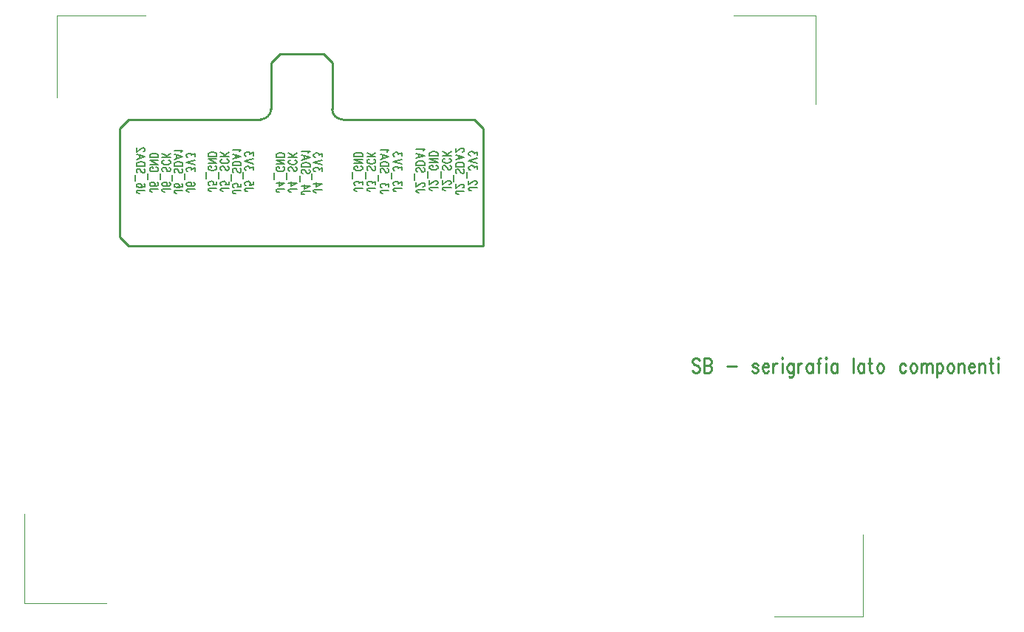
<source format=gbr>
*
*
G04 PADS VX.0 Build Number: 635560 generated Gerber (RS-274-X) file*
G04 PC Version=2.1*
*
%IN "FTC_001.pcb"*%
*
%MOIN*%
*
%FSLAX35Y35*%
*
*
*
*
G04 PC Standard Apertures*
*
*
G04 Thermal Relief Aperture macro.*
%AMTER*
1,1,$1,0,0*
1,0,$1-$2,0,0*
21,0,$3,$4,0,0,45*
21,0,$3,$4,0,0,135*
%
*
*
G04 Annular Aperture macro.*
%AMANN*
1,1,$1,0,0*
1,0,$2,0,0*
%
*
*
G04 Odd Aperture macro.*
%AMODD*
1,1,$1,0,0*
1,0,$1-0.005,0,0*
%
*
*
G04 PC Custom Aperture Macros*
*
*
*
*
*
*
G04 PC Aperture Table*
*
%ADD010C,0.01*%
%ADD040C,0.001*%
%ADD093C,0.00591*%
*
*
*
*
G04 PC Circuitry*
G04 Layer Name FTC_001.pcb - circuitry*
%LPD*%
*
*
G04 PC Custom Flashes*
G04 Layer Name FTC_001.pcb - flashes*
%LPD*%
*
*
G04 PC Circuitry*
G04 Layer Name FTC_001.pcb - circuitry*
%LPD*%
*
G54D10*
G01X573261Y313499D02*
X572806Y314124D01*
X572124Y314437*
X571215*
X570533Y314124*
X570079Y313499*
Y312874*
X570306Y312249*
X570533Y311937*
X570988Y311624*
X572351Y310999*
X572806Y310687*
X573033Y310374*
X573261Y309749*
Y308812*
X572806Y308187*
X572124Y307874*
X571215*
X570533Y308187*
X570079Y308812*
X575306Y314437D02*
Y307874D01*
Y314437D02*
X577351D01*
X578033Y314124*
X578261Y313812*
X578488Y313187*
Y312562*
X578261Y311937*
X578033Y311624*
X577351Y311312*
X575306D02*
X577351D01*
X578033Y310999*
X578261Y310687*
X578488Y310062*
Y309124*
X578261Y308499*
X578033Y308187*
X577351Y307874*
X575306*
X585761Y310687D02*
X589851D01*
X599624Y311312D02*
X599397Y311937D01*
X598715Y312249*
X598033*
X597351Y311937*
X597124Y311312*
X597351Y310687*
X597806Y310374*
X598942Y310062*
X599397Y309749*
X599624Y309124*
Y308812*
X599397Y308187*
X598715Y307874*
X598033*
X597351Y308187*
X597124Y308812*
X601670Y310374D02*
X604397D01*
Y310999*
X604170Y311624*
X603942Y311937*
X603488Y312249*
X602806*
X602351Y311937*
X601897Y311312*
X601670Y310374*
Y309749*
X601897Y308812*
X602351Y308187*
X602806Y307874*
X603488*
X603942Y308187*
X604397Y308812*
X606442Y312249D02*
Y307874D01*
Y310374D02*
X606670Y311312D01*
X607124Y311937*
X607579Y312249*
X608261*
X610306Y314437D02*
X610533Y314124D01*
X610761Y314437*
X610533Y314749*
X610306Y314437*
X610533Y312249D02*
Y307874D01*
X615533Y312249D02*
Y307249D01*
X615306Y306312*
X615079Y305999*
X614624Y305687*
X613942*
X613488Y305999*
X615533Y311312D02*
X615079Y311937D01*
X614624Y312249*
X613942*
X613488Y311937*
X613033Y311312*
X612806Y310374*
Y309749*
X613033Y308812*
X613488Y308187*
X613942Y307874*
X614624*
X615079Y308187*
X615533Y308812*
X617579Y312249D02*
Y307874D01*
Y310374D02*
X617806Y311312D01*
X618261Y311937*
X618715Y312249*
X619397*
X624170D02*
Y307874D01*
Y311312D02*
X623715Y311937D01*
X623261Y312249*
X622579*
X622124Y311937*
X621670Y311312*
X621442Y310374*
Y309749*
X621670Y308812*
X622124Y308187*
X622579Y307874*
X623261*
X623715Y308187*
X624170Y308812*
X628033Y314437D02*
X627579D01*
X627124Y314124*
X626897Y313187*
Y307874*
X626215Y312249D02*
X627806D01*
X630079Y314437D02*
X630306Y314124D01*
X630533Y314437*
X630306Y314749*
X630079Y314437*
X630306Y312249D02*
Y307874D01*
X635306Y312249D02*
Y307874D01*
Y311312D02*
X634851Y311937D01*
X634397Y312249*
X633715*
X633261Y311937*
X632806Y311312*
X632579Y310374*
Y309749*
X632806Y308812*
X633261Y308187*
X633715Y307874*
X634397*
X634851Y308187*
X635306Y308812*
X642579Y314437D02*
Y307874D01*
X647351Y312249D02*
Y307874D01*
Y311312D02*
X646897Y311937D01*
X646442Y312249*
X645761*
X645306Y311937*
X644851Y311312*
X644624Y310374*
Y309749*
X644851Y308812*
X645306Y308187*
X645761Y307874*
X646442*
X646897Y308187*
X647351Y308812*
X650079Y314437D02*
Y309124D01*
X650306Y308187*
X650761Y307874*
X651215*
X649397Y312249D02*
X650988D01*
X654397D02*
X653942Y311937D01*
X653488Y311312*
X653261Y310374*
Y309749*
X653488Y308812*
X653942Y308187*
X654397Y307874*
X655079*
X655533Y308187*
X655988Y308812*
X656215Y309749*
Y310374*
X655988Y311312*
X655533Y311937*
X655079Y312249*
X654397*
X666215Y311312D02*
X665761Y311937D01*
X665306Y312249*
X664624*
X664170Y311937*
X663715Y311312*
X663488Y310374*
Y309749*
X663715Y308812*
X664170Y308187*
X664624Y307874*
X665306*
X665761Y308187*
X666215Y308812*
X669397Y312249D02*
X668942Y311937D01*
X668488Y311312*
X668261Y310374*
Y309749*
X668488Y308812*
X668942Y308187*
X669397Y307874*
X670079*
X670533Y308187*
X670988Y308812*
X671215Y309749*
Y310374*
X670988Y311312*
X670533Y311937*
X670079Y312249*
X669397*
X673261D02*
Y307874D01*
Y310999D02*
X673942Y311937D01*
X674397Y312249*
X675079*
X675533Y311937*
X675761Y310999*
Y307874*
Y310999D02*
X676442Y311937D01*
X676897Y312249*
X677579*
X678033Y311937*
X678261Y310999*
Y307874*
X680306Y312249D02*
Y305687D01*
Y311312D02*
X680761Y311937D01*
X681215Y312249*
X681897*
X682351Y311937*
X682806Y311312*
X683033Y310374*
Y309749*
X682806Y308812*
X682351Y308187*
X681897Y307874*
X681215*
X680761Y308187*
X680306Y308812*
X686215Y312249D02*
X685761Y311937D01*
X685306Y311312*
X685079Y310374*
Y309749*
X685306Y308812*
X685761Y308187*
X686215Y307874*
X686897*
X687351Y308187*
X687806Y308812*
X688033Y309749*
Y310374*
X687806Y311312*
X687351Y311937*
X686897Y312249*
X686215*
X690079D02*
Y307874D01*
Y310999D02*
X690761Y311937D01*
X691215Y312249*
X691897*
X692351Y311937*
X692579Y310999*
Y307874*
X694624Y310374D02*
X697351D01*
Y310999*
X697124Y311624*
X696897Y311937*
X696442Y312249*
X695761*
X695306Y311937*
X694851Y311312*
X694624Y310374*
Y309749*
X694851Y308812*
X695306Y308187*
X695761Y307874*
X696442*
X696897Y308187*
X697351Y308812*
X699397Y312249D02*
Y307874D01*
Y310999D02*
X700079Y311937D01*
X700533Y312249*
X701215*
X701670Y311937*
X701897Y310999*
Y307874*
X704624Y314437D02*
Y309124D01*
X704851Y308187*
X705306Y307874*
X705761*
X703942Y312249D02*
X705533D01*
X707806Y314437D02*
X708033Y314124D01*
X708261Y314437*
X708033Y314749*
X707806Y314437*
X708033Y312249D02*
Y307874D01*
X315748Y365157D02*
X475591D01*
Y418307*
X471654Y422244*
X412205*
X407480Y426969D02*
G75*
G03X412205Y422244I4725J-0D01*
G01X407480Y426969D02*
Y447835D01*
X403543Y451772*
X383858*
X379921Y447835*
Y426969*
X375197Y422244D02*
G03X379921Y426969I-0J4725D01*
G01X375197Y422244D02*
X315748D01*
X311811Y418307*
Y369094*
X315748Y365157*
G54D40*
X606890Y197666D02*
X647047D01*
Y234673*
X625787Y429162D02*
Y469319D01*
X588780*
X268701Y244122D02*
Y203965D01*
X305709*
X323425Y469319D02*
X283268D01*
Y432311*
G54D93*
X449353Y390583D02*
X446400D01*
X445846Y390449*
X445662Y390315*
X445477Y390046*
Y389778*
X445662Y389509*
X445846Y389375*
X446400Y389241*
X446769*
X448430Y391925D02*
X448615D01*
X448984Y392059*
X449168Y392194*
X449353Y392462*
Y392999*
X449168Y393267*
X448984Y393402*
X448615Y393536*
X448245*
X447876Y393402*
X447323Y393133*
X445477Y391791*
Y393670*
X444739Y394878D02*
Y397697D01*
X448799Y400381D02*
X449168Y400112D01*
X449353Y399710*
Y399173*
X449168Y398770*
X448799Y398502*
X448430*
X448061Y398636*
X447876Y398770*
X447692Y399039*
X447323Y399844*
X447138Y400112*
X446954Y400247*
X446585Y400381*
X446031*
X445662Y400112*
X445477Y399710*
Y399173*
X445662Y398770*
X446031Y398502*
X449353Y401589D02*
X445477D01*
X449353D02*
Y402528D01*
X449168Y402931*
X448799Y403199*
X448430Y403334*
X447876Y403468*
X446954*
X446400Y403334*
X446031Y403199*
X445662Y402931*
X445477Y402528*
Y401589*
X449353Y405750D02*
X445477Y404676D01*
X449353Y405750D02*
X445477Y406823D01*
X446769Y405078D02*
Y406421D01*
X448615Y408031D02*
X448799Y408300D01*
X449353Y408702*
X445477*
X467069Y389979D02*
X464117D01*
X463563Y389845*
X463378Y389711*
X463194Y389442*
Y389174*
X463378Y388905*
X463563Y388771*
X464117Y388637*
X464486*
X466147Y391321D02*
X466331D01*
X466700Y391455*
X466885Y391590*
X467069Y391858*
Y392395*
X466885Y392663*
X466700Y392798*
X466331Y392932*
X465962*
X465593Y392798*
X465039Y392529*
X463194Y391187*
Y393066*
X462456Y394274D02*
Y397093D01*
X466516Y399777D02*
X466885Y399508D01*
X467069Y399106*
Y398569*
X466885Y398166*
X466516Y397898*
X466147*
X465777Y398032*
X465593Y398166*
X465408Y398435*
X465039Y399240*
X464855Y399508*
X464670Y399643*
X464301Y399777*
X463747*
X463378Y399508*
X463194Y399106*
Y398569*
X463378Y398166*
X463747Y397898*
X467069Y400985D02*
X463194D01*
X467069D02*
Y401924D01*
X466885Y402327*
X466516Y402595*
X466147Y402730*
X465593Y402864*
X464670*
X464117Y402730*
X463747Y402595*
X463378Y402327*
X463194Y401924*
Y400985*
X467069Y405146D02*
X463194Y404072D01*
X467069Y405146D02*
X463194Y406219D01*
X464486Y404474D02*
Y405817D01*
X466147Y407561D02*
X466331D01*
X466700Y407696*
X466885Y407830*
X467069Y408098*
Y408635*
X466885Y408904*
X466700Y409038*
X466331Y409172*
X465962*
X465593Y409038*
X465039Y408769*
X463194Y407427*
Y409306*
X461164Y391590D02*
X458211D01*
X457657Y391455*
X457473Y391321*
X457288Y391053*
Y390784*
X457473Y390516*
X457657Y390382*
X458211Y390248*
X458580*
X460241Y392932D02*
X460426D01*
X460795Y393066*
X460979Y393200*
X461164Y393469*
Y394006*
X460979Y394274*
X460795Y394408*
X460426Y394542*
X460056*
X459687Y394408*
X459134Y394140*
X457288Y392798*
Y394677*
X456550Y395885D02*
Y398703D01*
X460610Y401387D02*
X460979Y401119D01*
X461164Y400716*
Y400180*
X460979Y399777*
X460610Y399508*
X460241*
X459872Y399643*
X459687Y399777*
X459503Y400045*
X459134Y400851*
X458949Y401119*
X458765Y401253*
X458396Y401387*
X457842*
X457473Y401119*
X457288Y400716*
Y400180*
X457473Y399777*
X457842Y399508*
X460241Y404609D02*
X460610Y404474D01*
X460979Y404206*
X461164Y403938*
Y403401*
X460979Y403132*
X460610Y402864*
X460241Y402730*
X459687Y402595*
X458765*
X458211Y402730*
X457842Y402864*
X457473Y403132*
X457288Y403401*
Y403938*
X457473Y404206*
X457842Y404474*
X458211Y404609*
X461164Y405817D02*
X457288D01*
X461164Y407696D02*
X458580Y405817D01*
X459503Y406488D02*
X457288Y407696D01*
X455258Y391590D02*
X452305D01*
X451752Y391455*
X451567Y391321*
X451383Y391053*
Y390784*
X451567Y390516*
X451752Y390382*
X452305Y390248*
X452675*
X454336Y392932D02*
X454520D01*
X454889Y393066*
X455074Y393200*
X455258Y393469*
Y394006*
X455074Y394274*
X454889Y394408*
X454520Y394542*
X454151*
X453782Y394408*
X453228Y394140*
X451383Y392798*
Y394677*
X450645Y395885D02*
Y398703D01*
X454336Y401522D02*
X454705Y401387D01*
X455074Y401119*
X455258Y400851*
Y400314*
X455074Y400045*
X454705Y399777*
X454336Y399643*
X453782Y399508*
X452859*
X452305Y399643*
X451936Y399777*
X451567Y400045*
X451383Y400314*
Y400851*
X451567Y401119*
X451936Y401387*
X452305Y401522*
X452859*
Y400851D02*
Y401522D01*
X455258Y402730D02*
X451383D01*
X455258D02*
X451383Y404609D01*
X455258D02*
X451383D01*
X455258Y405817D02*
X451383D01*
X455258D02*
Y406756D01*
X455074Y407159*
X454705Y407427*
X454336Y407561*
X453782Y407696*
X452859*
X452305Y407561*
X451936Y407427*
X451567Y407159*
X451383Y406756*
Y405817*
X472975Y391523D02*
X470022D01*
X469468Y391388*
X469284Y391254*
X469099Y390986*
Y390717*
X469284Y390449*
X469468Y390315*
X470022Y390180*
X470391*
X472052Y392865D02*
X472237D01*
X472606Y392999*
X472790Y393133*
X472975Y393402*
Y393938*
X472790Y394207*
X472606Y394341*
X472237Y394475*
X471867*
X471867D02*
X471498Y394341D01*
X470945Y394073*
X469099Y392731*
Y394610*
X468361Y395818D02*
Y398636D01*
X472975Y399710D02*
Y401186D01*
X471498Y400381*
Y400784*
X471314Y401052*
X471129Y401186*
X470576Y401320*
X470207*
X469653Y401186*
X469284Y400918*
X469099Y400515*
Y400112*
X469284Y399710*
X469468Y399576*
X469837Y399441*
X472975Y402528D02*
X469099Y403602D01*
X472975Y404676D02*
X469099Y403602D01*
X472975Y406152D02*
Y407629D01*
X471498Y406823*
Y407226*
X471314Y407494*
X471129Y407629*
X470576Y407763*
X470207*
X469653Y407629*
X469284Y407360*
X469099Y406957*
Y406555*
X469284Y406152*
X469468Y406018*
X469837Y405884*
X433030Y390204D02*
X430077D01*
X429524Y390069*
X429339Y389935*
X429155Y389667*
Y389398*
X429339Y389130*
X429524Y388996*
X430077Y388861*
X430447*
X433030Y391680D02*
Y393156D01*
X431554Y392351*
Y392754*
X431369Y393022*
X431185Y393156*
X430631Y393291*
X430262*
X429708Y393156*
X429339Y392888*
X429155Y392485*
Y392083*
X429339Y391680*
X429524Y391546*
X429893Y391412*
X428417Y394498D02*
Y397317D01*
X432477Y400001D02*
X432846Y399733D01*
X433030Y399330*
Y398793*
X432846Y398391*
X432477Y398122*
X432108*
X432108D02*
X431738Y398257D01*
X431554Y398391*
X431369Y398659*
X431000Y399464*
X430816Y399733*
X430631Y399867*
X430262Y400001*
X429708*
X429339Y399733*
X429155Y399330*
Y398793*
X429339Y398391*
X429708Y398122*
X433030Y401209D02*
X429155D01*
X433030D02*
Y402149D01*
X432846Y402551*
X432477Y402820*
X432108Y402954*
X432108D02*
X431554Y403088D01*
X430631*
X430077Y402954*
X429708Y402820*
X429339Y402551*
X429155Y402149*
Y401209*
X433030Y405370D02*
X429155Y404296D01*
X433030Y405370D02*
X429155Y406444D01*
X430447Y404699D02*
Y406041D01*
X432292Y407652D02*
X432477Y407920D01*
X433030Y408323*
X429155*
X438936Y391143D02*
X435983D01*
X435429Y391009*
X435245Y390875*
X435060Y390606*
Y390338*
X435245Y390069*
X435429Y389935*
X435983Y389801*
X436352*
X438936Y392619D02*
Y394096D01*
X437459Y393291*
Y393693*
X437275Y393962*
X437090Y394096*
X436537Y394230*
X436168*
X435614Y394096*
X435245Y393827*
X435060Y393425*
Y393022*
X435245Y392619*
X435429Y392485*
X435798Y392351*
X434322Y395438D02*
Y398257D01*
X438936Y399330D02*
Y400807D01*
X437459Y400001*
Y400404*
X437275Y400672*
X437090Y400807*
X436537Y400941*
X436168*
X435614Y400807*
X435245Y400538*
X435060Y400136*
Y399733*
X435245Y399330*
X435429Y399196*
X435798Y399062*
X438936Y402149D02*
X435060Y403223D01*
X438936Y404296D02*
X435060Y403223D01*
X438936Y405773D02*
Y407249D01*
X437459Y406444*
Y406846*
X437275Y407115*
X437090Y407249*
X436537Y407383*
X436168*
X435614Y407249*
X435245Y406981*
X435060Y406578*
Y406175*
X435245Y405773*
X435429Y405638*
X435798Y405504*
X427125Y391210D02*
X424172D01*
X423618Y391076*
X423434Y390942*
X423249Y390673*
Y390405*
X423434Y390136*
X423618Y390002*
X424172Y389868*
X424541*
X427125Y392687D02*
Y394163D01*
X425648Y393358*
Y393760*
X425464Y394029*
X425279Y394163*
X424726Y394297*
X424357*
X423803Y394163*
X423434Y393895*
X423249Y393492*
Y393089*
X423434Y392687*
X423618Y392552*
X423987Y392418*
X422511Y395505D02*
Y398324D01*
X426571Y401008D02*
X426940Y400740D01*
X427125Y400337*
Y399800*
X426940Y399397*
X426571Y399129*
X426202*
X425833Y399263*
X425648Y399397*
X425464Y399666*
X425095Y400471*
X424910Y400740*
X424726Y400874*
X424357Y401008*
X423803*
X423434Y400740*
X423249Y400337*
Y399800*
X423434Y399397*
X423803Y399129*
X426202Y404229D02*
X426571Y404095D01*
X426940Y403827*
X427125Y403558*
Y403021*
X426940Y402753*
X426571Y402484*
X426202Y402350*
X425648Y402216*
X424726*
X424172Y402350*
X423803Y402484*
X423434Y402753*
X423249Y403021*
Y403558*
X423434Y403827*
X423803Y404095*
X424172Y404229*
X427125Y405437D02*
X423249D01*
X427125Y407316D02*
X424541Y405437D01*
X425464Y406108D02*
X423249Y407316D01*
X421219Y391210D02*
X418266D01*
X417713Y391076*
X417528Y390942*
X417344Y390673*
Y390405*
X417528Y390136*
X417713Y390002*
X418266Y389868*
X418636*
X421219Y392687D02*
Y394163D01*
X419743Y393358*
Y393760*
X419558Y394029*
X419374Y394163*
X418820Y394297*
X418451*
X417897Y394163*
X417528Y393895*
X417344Y393492*
Y393089*
X417528Y392687*
X417713Y392552*
X418082Y392418*
X416606Y395505D02*
Y398324D01*
X420296Y401142D02*
X420666Y401008D01*
X421035Y400740*
X421219Y400471*
Y399934*
X421035Y399666*
X420666Y399397*
X420296Y399263*
X419743Y399129*
X418820*
X418266Y399263*
X417897Y399397*
X417528Y399666*
X417344Y399934*
Y400471*
X417528Y400740*
X417897Y401008*
X418266Y401142*
X418820*
Y400471D02*
Y401142D01*
X421219Y402350D02*
X417344D01*
X421219D02*
X417344Y404229D01*
X421219D02*
X417344D01*
X421219Y405437D02*
X417344D01*
X421219D02*
Y406377D01*
X421035Y406779*
X420666Y407048*
X420296Y407182*
X419743Y407316*
X418820*
X418266Y407182*
X417897Y407048*
X417528Y406779*
X417344Y406377*
Y405437*
X391655Y390794D02*
X388703D01*
X388149Y390660*
X387964Y390526*
X387780Y390258*
Y389989*
X387964Y389721*
X388149Y389586*
X388703Y389452*
X389072*
X391655Y393344D02*
X389072Y392002D01*
Y394016*
X391655Y393344D02*
X387780D01*
X387042Y395224D02*
Y398042D01*
X391102Y400726D02*
X391471Y400458D01*
X391655Y400055*
Y399518*
X391471Y399116*
X391102Y398847*
X390733*
X390363Y398982*
X390179Y399116*
X389994Y399384*
X389625Y400190*
X389441Y400458*
X389256Y400592*
X388887Y400726*
X388333*
X387964Y400458*
X387780Y400055*
Y399518*
X387964Y399116*
X388333Y398847*
X390733Y403948D02*
X391102Y403813D01*
X391471Y403545*
X391655Y403276*
Y402740*
X391471Y402471*
X391102Y402203*
X390733Y402069*
X390179Y401934*
X389256*
X388703Y402069*
X388333Y402203*
X387964Y402471*
X387780Y402740*
Y403276*
X387964Y403545*
X388333Y403813*
X388703Y403948*
X391655Y405156D02*
X387780D01*
X391655Y407035D02*
X389072Y405156D01*
X389994Y405827D02*
X387780Y407035D01*
X386084Y390794D02*
X383131D01*
X382577Y390660*
X382393Y390526*
X382208Y390258*
Y389989*
X382393Y389721*
X382577Y389586*
X383131Y389452*
X383500*
X386084Y393344D02*
X383500Y392002D01*
Y394016*
X386084Y393344D02*
X382208D01*
X381470Y395224D02*
Y398042D01*
X385161Y400861D02*
X385530Y400726D01*
X385899Y400458*
X386084Y400190*
Y399653*
X385899Y399384*
X385530Y399116*
X385161Y398982*
X384607Y398847*
X383684*
X383131Y398982*
X382762Y399116*
X382393Y399384*
X382208Y399653*
Y400190*
X382393Y400458*
X382762Y400726*
X383131Y400861*
X383684*
Y400190D02*
Y400861D01*
X386084Y402069D02*
X382208D01*
X386084D02*
X382208Y403948D01*
X386084D02*
X382208D01*
X386084Y405156D02*
X382208D01*
X386084D02*
Y406095D01*
X385899Y406498*
X385530Y406766*
X385161Y406900*
X384607Y407035*
X383684*
X383131Y406900*
X382762Y406766*
X382393Y406498*
X382208Y406095*
Y405156*
X403012Y390639D02*
X400059D01*
X399506Y390504*
X399321Y390370*
X399137Y390102*
Y389833*
X399321Y389565*
X399506Y389431*
X400059Y389296*
X400428*
X403012Y393189D02*
X400428Y391847D01*
Y393860*
X403012Y393189D02*
X399137D01*
X398398Y395068D02*
Y397886D01*
X403012Y398960D02*
Y400436D01*
X401536Y399631*
Y400034*
X401351Y400302*
X401167Y400436*
X400613Y400571*
X400244*
X399690Y400436*
X399321Y400168*
X399137Y399765*
Y399363*
X399321Y398960*
X399506Y398826*
X399875Y398692*
X403012Y401779D02*
X399137Y402852D01*
X403012Y403926D02*
X399137Y402852D01*
X403012Y405402D02*
Y406879D01*
X401536Y406073*
Y406476*
X401351Y406745*
X401167Y406879*
X400613Y407013*
X400244*
X399690Y406879*
X399321Y406610*
X399137Y406208*
Y405805*
X399321Y405402*
X399506Y405268*
X399875Y405134*
X397500Y389699D02*
X394548D01*
X393994Y389565*
X393809Y389431*
X393625Y389162*
Y388894*
X393809Y388625*
X393994Y388491*
X394548Y388357*
X394917*
X397500Y392249D02*
X394917Y390907D01*
Y392920*
X397500Y392249D02*
X393625D01*
X392887Y394128D02*
Y396947D01*
X396947Y399631D02*
X397316Y399363D01*
X397500Y398960*
Y398423*
X397316Y398021*
X396947Y397752*
X396578*
X396208Y397886*
X396024Y398021*
X395839Y398289*
X395470Y399094*
X395286Y399363*
X395101Y399497*
X394732Y399631*
X394178*
X393809Y399363*
X393625Y398960*
Y398423*
X393809Y398021*
X394178Y397752*
X397500Y400839D02*
X393625D01*
X397500D02*
Y401779D01*
X397316Y402181*
X396947Y402450*
X396578Y402584*
X396024Y402718*
X395101*
X394548Y402584*
X394178Y402450*
X393809Y402181*
X393625Y401779*
Y400839*
X397500Y405000D02*
X393625Y403926D01*
X397500Y405000D02*
X393625Y406073D01*
X394917Y404329D02*
Y405671D01*
X396762Y407281D02*
X396947Y407550D01*
X397500Y407953*
X393625*
X371943Y391133D02*
X368990D01*
X368436Y390999*
X368252Y390864*
X368067Y390596*
Y390327*
X368252Y390059*
X368436Y389925*
X368990Y389791*
X369359*
X371943Y394086D02*
Y392743D01*
X370282Y392609*
X370466Y392743*
X370651Y393146*
Y393549*
X370466Y393951*
X370097Y394220*
X369544Y394354*
X369174Y394220*
X368621Y394086*
X368252Y393817*
X368067Y393414*
Y393012*
X368252Y392609*
X368436Y392475*
X368805Y392341*
X367329Y395562D02*
Y398380D01*
X371943Y399454D02*
Y400931D01*
X370466Y400125*
Y400528*
X370282Y400796*
X370097Y400931*
X369544Y401065*
X369174*
X368621Y400931*
X368252Y400662*
X368067Y400259*
Y399857*
X368252Y399454*
X368436Y399320*
X368805Y399186*
X371943Y402273D02*
X368067Y403346D01*
X371943Y404420D02*
X368067Y403346D01*
X371943Y405897D02*
Y407373D01*
X370466Y406568*
Y406970*
X370282Y407239*
X370097Y407373*
X369544Y407507*
X369174*
X368621Y407373*
X368252Y407105*
X368067Y406702*
Y406299*
X368252Y405897*
X368436Y405762*
X368805Y405628*
X355407Y391200D02*
X352454D01*
X351901Y391066*
X351716Y390931*
X351532Y390663*
Y390395*
X351716Y390126*
X351901Y389992*
X352454Y389858*
X352824*
X355407Y394153D02*
Y392810D01*
X353746Y392676*
X353931Y392810*
X354115Y393213*
Y393616*
X353931Y394018*
X353562Y394287*
X353008Y394421*
X352639Y394287*
X352085Y394153*
X351716Y393884*
X351532Y393482*
Y393079*
X351716Y392676*
X351901Y392542*
X352270Y392408*
X350794Y395629D02*
Y398448D01*
X354484Y401266D02*
X354854Y401132D01*
X355223Y400863*
X355407Y400595*
Y400058*
X355223Y399790*
X354854Y399521*
X354484Y399387*
X354484D02*
X353931Y399253D01*
X353008*
X352454Y399387*
X352085Y399521*
X351716Y399790*
X351532Y400058*
Y400595*
X351716Y400863*
X352085Y401132*
X352454Y401266*
X353008*
Y400595D02*
Y401266D01*
X355407Y402474D02*
X351532D01*
X355407D02*
X351532Y404353D01*
X355407D02*
X351532D01*
X355407Y405561D02*
X351532D01*
X355407D02*
Y406501D01*
X355223Y406903*
X354854Y407172*
X354484Y407306*
X354484D02*
X353931Y407440D01*
X353008*
X352454Y407306*
X352085Y407172*
X351716Y406903*
X351532Y406501*
Y405561*
X360919Y391200D02*
X357966D01*
X357413Y391066*
X357228Y390931*
X357044Y390663*
Y390395*
X357228Y390126*
X357413Y389992*
X357966Y389858*
X358335*
X360919Y394153D02*
Y392810D01*
X359258Y392676*
X359443Y392810*
X359627Y393213*
Y393616*
X359443Y394018*
X359074Y394287*
X358520Y394421*
X358151Y394287*
X357597Y394153*
X357228Y393884*
X357044Y393482*
Y393079*
X357228Y392676*
X357413Y392542*
X357782Y392408*
X356305Y395629D02*
Y398448D01*
X360365Y401132D02*
X360734Y400863D01*
X360734D02*
X360919Y400461D01*
Y399924*
X360734Y399521*
X360734D02*
X360365Y399253D01*
X359996*
X359627Y399387*
X359443Y399521*
X359258Y399790*
X358889Y400595*
X358704Y400863*
X358520Y400998*
X358151Y401132*
X357597*
X357228Y400863*
X357044Y400461*
Y399924*
X357228Y399521*
X357597Y399253*
X359996Y404353D02*
X360365Y404219D01*
X360734Y403950*
X360734D02*
X360919Y403682D01*
Y403145*
X360734Y402877*
X360734D02*
X360365Y402608D01*
X359996Y402474*
X359443Y402340*
X358520*
X357966Y402474*
X357597Y402608*
X357228Y402877*
X357044Y403145*
Y403682*
X357228Y403950*
X357597Y404219*
X357966Y404353*
X360919Y405561D02*
X357044D01*
X360919Y407440D02*
X358335Y405561D01*
X359258Y406232D02*
X357044Y407440D01*
X366431Y390193D02*
X363478D01*
X362924Y390059*
X362740Y389925*
X362555Y389656*
Y389388*
X362740Y389120*
X362924Y388985*
X363478Y388851*
X363847*
X366431Y393146D02*
Y391804D01*
X364770Y391670*
X364954Y391804*
X365139Y392207*
Y392609*
X364954Y393012*
X364585Y393280*
X364032Y393414*
X363663Y393280*
X363109Y393146*
X362740Y392878*
X362555Y392475*
Y392072*
X362740Y391670*
X362924Y391535*
X363294Y391401*
X361817Y394622D02*
Y397441D01*
X365877Y400125D02*
X366246Y399857D01*
X366431Y399454*
Y398917*
X366246Y398515*
X365877Y398246*
X365508*
X365139Y398380*
X364954Y398515*
X364770Y398783*
X364401Y399588*
X364216Y399857*
X364032Y399991*
X363663Y400125*
X363109*
X362740Y399857*
X362555Y399454*
Y398917*
X362740Y398515*
X363109Y398246*
X366431Y401333D02*
X362555D01*
X366431D02*
Y402273D01*
X366246Y402675*
X365877Y402944*
X365508Y403078*
X364954Y403212*
X364032*
X363478Y403078*
X363109Y402944*
X362740Y402675*
X362555Y402273*
Y401333*
X366431Y405494D02*
X362555Y404420D01*
X366431Y405494D02*
X362555Y406568D01*
X363847Y404823D02*
Y406165D01*
X365693Y407776D02*
X365877Y408044D01*
X366431Y408447*
X362555*
X345565Y390873D02*
X342612D01*
X342058Y390739*
X341874Y390605*
X341689Y390336*
Y390068*
X341874Y389800*
X342058Y389665*
X342612Y389531*
X342981*
X345011Y393692D02*
X345380Y393558D01*
X345565Y393155*
Y392887*
X345380Y392484*
X344827Y392215*
X343904Y392081*
X342981*
X342243Y392215*
X341874Y392484*
X341689Y392887*
Y393021*
X341874Y393423*
X342243Y393692*
X342797Y393826*
X342981*
X343535Y393692*
X343904Y393423*
X344088Y393021*
Y392887*
X343904Y392484*
X343535Y392215*
X342981Y392081*
X340951Y395034D02*
Y397853D01*
X345565Y398926D02*
Y400403D01*
X344088Y399597*
Y400000*
X343904Y400268*
X343719Y400403*
X343166Y400537*
X342797*
X342243Y400403*
X341874Y400134*
X341689Y399732*
Y399329*
X341874Y398926*
X342058Y398792*
X342427Y398658*
X345565Y401745D02*
X341689Y402819D01*
X345565Y403892D02*
X341689Y402819D01*
X345565Y405369D02*
Y406845D01*
X344088Y406040*
Y406442*
X343904Y406711*
X343719Y406845*
X343166Y406979*
X342797*
X342243Y406845*
X341874Y406577*
X341689Y406174*
Y405771*
X341874Y405369*
X342058Y405234*
X342427Y405100*
X329057Y390929D02*
X326104D01*
X325550Y390794*
X325366Y390660*
X325181Y390392*
Y390123*
X325366Y389855*
X325550Y389721*
X326104Y389586*
X326473*
X328503Y393747D02*
X328872Y393613D01*
X329057Y393210*
Y392942*
X328872Y392539*
X328319Y392271*
X327396Y392137*
X326473*
X325735Y392271*
X325366Y392539*
X325181Y392942*
Y393076*
X325366Y393479*
X325735Y393747*
X326289Y393881*
X326473*
X327027Y393747*
X327396Y393479*
X327580Y393076*
Y392942*
X327396Y392539*
X327027Y392271*
X326473Y392137*
X324443Y395089D02*
Y397908D01*
X328134Y400726D02*
X328503Y400592D01*
X328872Y400324*
X329057Y400055*
Y399518*
X328872Y399250*
X328503Y398982*
X328134Y398847*
X327580Y398713*
X326658*
X326104Y398847*
X325735Y398982*
X325366Y399250*
X325181Y399518*
Y400055*
X325366Y400324*
X325735Y400592*
X326104Y400726*
X326658*
Y400055D02*
Y400726D01*
X329057Y401934D02*
X325181D01*
X329057D02*
X325181Y403813D01*
X329057D02*
X325181D01*
X329057Y405021D02*
X325181D01*
X329057D02*
Y405961D01*
X328872Y406363*
X328503Y406632*
X328134Y406766*
X327580Y406900*
X326658*
X326104Y406766*
X325735Y406632*
X325366Y406363*
X325181Y405961*
Y405021*
X334569Y390929D02*
X331616D01*
X331062Y390794*
X330878Y390660*
X330693Y390392*
Y390123*
X330878Y389855*
X331062Y389721*
X331616Y389586*
X331985*
X334015Y393747D02*
X334384Y393613D01*
X334569Y393210*
Y392942*
X334384Y392539*
X333830Y392271*
X332908Y392137*
X331985*
X331247Y392271*
X330878Y392539*
X330693Y392942*
Y393076*
X330878Y393479*
X331247Y393747*
X331800Y393881*
X331985*
X332539Y393747*
X332908Y393479*
X333092Y393076*
Y392942*
X332908Y392539*
X332539Y392271*
X331985Y392137*
X329955Y395089D02*
Y397908D01*
X334015Y400592D02*
X334384Y400324D01*
X334569Y399921*
Y399384*
X334384Y398982*
X334015Y398713*
X333646*
X333277Y398847*
X333092Y398982*
X332908Y399250*
X332539Y400055*
X332354Y400324*
X332170Y400458*
X331800Y400592*
X331247*
X330878Y400324*
X330693Y399921*
Y399384*
X330878Y398982*
X331247Y398713*
X333646Y403813D02*
X334015Y403679D01*
X334384Y403411*
X334569Y403142*
Y402605*
X334384Y402337*
X334015Y402069*
X333646Y401934*
X333092Y401800*
X332170*
X331616Y401934*
X331247Y402069*
X330878Y402337*
X330693Y402605*
Y403142*
X330878Y403411*
X331247Y403679*
X331616Y403813*
X334569Y405021D02*
X330693D01*
X334569Y406900D02*
X331985Y405021D01*
X332908Y405692D02*
X330693Y406900D01*
X340053Y390319D02*
X337100D01*
X336547Y390184*
X336362Y390050*
X336177Y389782*
Y389513*
X336362Y389245*
X336547Y389111*
X337100Y388976*
X337469*
X339499Y393137D02*
X339868Y393003D01*
X340053Y392600*
Y392332*
X339868Y391929*
X339315Y391661*
X338392Y391526*
X337469*
X336731Y391661*
X336362Y391929*
X336177Y392332*
Y392466*
X336362Y392869*
X336731Y393137*
X337285Y393271*
X337469*
X338023Y393137*
X338392Y392869*
X338577Y392466*
Y392332*
X338392Y391929*
X338023Y391661*
X337469Y391526*
X335439Y394479D02*
Y397298D01*
X339499Y399982D02*
X339868Y399714D01*
X340053Y399311*
Y398774*
X339868Y398372*
X339499Y398103*
X339130*
X338761Y398237*
X338577Y398372*
X338392Y398640*
X338023Y399445*
X337838Y399714*
X337654Y399848*
X337285Y399982*
X336731*
X336362Y399714*
X336177Y399311*
Y398774*
X336362Y398372*
X336731Y398103*
X340053Y401190D02*
X336177D01*
X340053D02*
Y402130D01*
X339868Y402532*
X339499Y402801*
X339130Y402935*
X338577Y403069*
X337654*
X337100Y402935*
X336731Y402801*
X336362Y402532*
X336177Y402130*
Y401190*
X340053Y405351D02*
X336177Y404277D01*
X340053Y405351D02*
X336177Y406424D01*
X337469Y404680D02*
Y406022D01*
X339315Y407632D02*
X339499Y407901D01*
X340053Y408304*
X336177*
X323124Y390319D02*
X320171D01*
X319617Y390184*
X319433Y390050*
X319248Y389782*
Y389513*
X319433Y389245*
X319617Y389111*
X320171Y388976*
X320540*
X322570Y393137D02*
X322939Y393003D01*
X323124Y392600*
Y392332*
X322939Y391929*
X322386Y391661*
X321463Y391526*
X320540*
X319802Y391661*
X319433Y391929*
X319248Y392332*
Y392466*
X319433Y392869*
X319802Y393137*
X320356Y393271*
X320540*
X321094Y393137*
X321463Y392869*
X321647Y392466*
Y392332*
X321463Y391929*
X321094Y391661*
X320540Y391526*
X318510Y394479D02*
Y397298D01*
X322570Y399982D02*
X322939Y399714D01*
X323124Y399311*
Y398774*
X322939Y398372*
X322570Y398103*
X322201*
X321832Y398237*
X321647Y398372*
X321463Y398640*
X321094Y399445*
X320909Y399714*
X320725Y399848*
X320356Y399982*
X319802*
X319433Y399714*
X319248Y399311*
Y398774*
X319433Y398372*
X319802Y398103*
X323124Y401190D02*
X319248D01*
X323124D02*
Y402130D01*
X322939Y402532*
X322570Y402801*
X322201Y402935*
X321647Y403069*
X320725*
X320171Y402935*
X319802Y402801*
X319433Y402532*
X319248Y402130*
Y401190*
X323124Y405351D02*
X319248Y404277D01*
X323124Y405351D02*
X319248Y406424D01*
X320540Y404680D02*
Y406022D01*
X322201Y407767D02*
X322386D01*
X322755Y407901*
X322939Y408035*
X323124Y408304*
Y408840*
X322939Y409109*
X322755Y409243*
X322386Y409377*
X322016*
X321647Y409243*
X321094Y408975*
X319248Y407632*
Y409511*
G74*
X0Y0D02*
M02*

</source>
